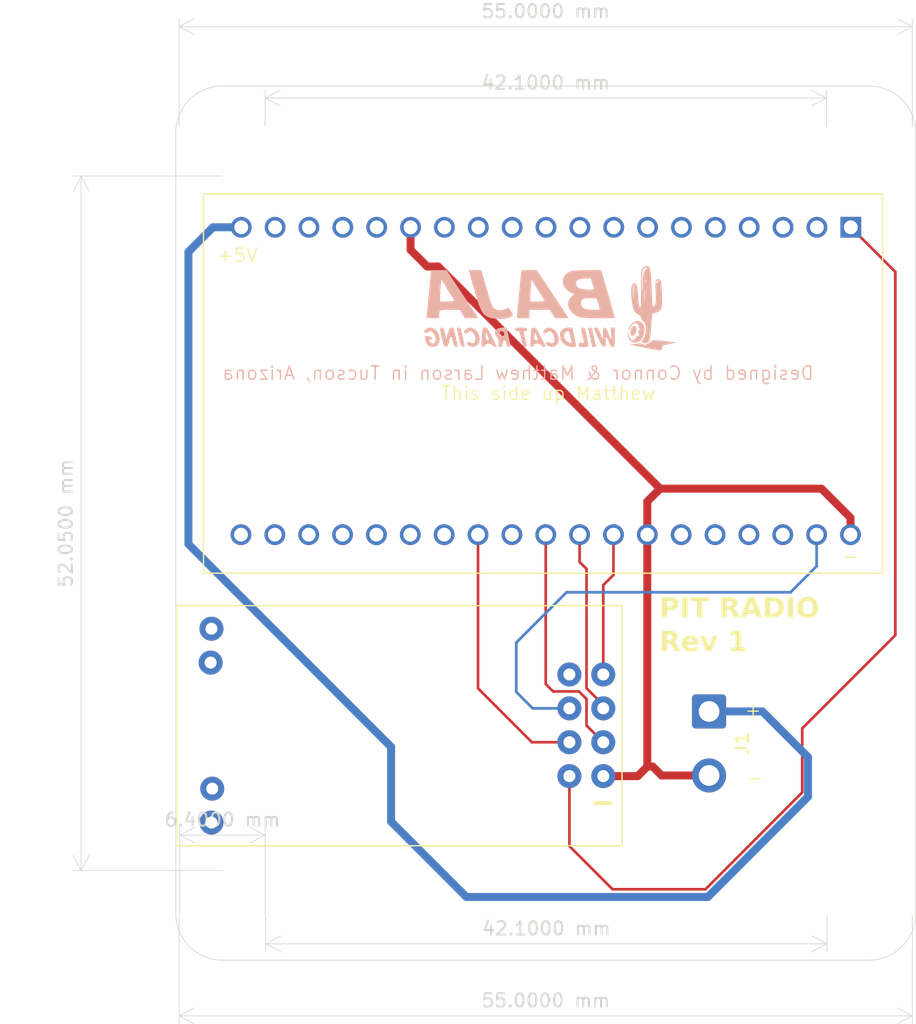
<source format=kicad_pcb>
(kicad_pcb (version 20240108) (generator "pcbnew") (generator_version "8.0")
  (layers (0 "F.Cu" signal) (31 "B.Cu" signal) (34 "B.Paste" user) (35 "F.Paste" user) (36 "B.SilkS" user "B.Silkscreen") (37 "F.SilkS" user "F.Silkscreen") (38 "B.Mask" user) (39 "F.Mask" user) (44 "Edge.Cuts" user))
  (net 0 "")
  (net 1 "CE")
  (net 2 "CSN")
  (net 3 "3V3")
  (net 4 "SO")
  (net 5 "SCK")
  (net 7 "SI")
  (net 11 "GND")
  (net 34 "+5V")
  (footprint "MountingHole:MountingHole_3.2mm_M3" (layer "F.Cu") (at 148.1 91.3 180)
    (property "Reference" "REF**" (hide yes))
    (property "Value" "MountingHole_3.2mm_M3" (hide yes))
    (pad "" np_thru_hole circle (at 0 0 180) (size 3.2 3.2) (drill 3.2) (layers "*.Cu" "*.Mask"))
  )
  (footprint "MountingHole:MountingHole_3.2mm_M3" (layer "F.Cu") (at 99.6 91.3 180)
    (property "Reference" "REF**" (hide yes))
    (property "Value" "MountingHole_3.2mm_M3" (hide yes))
    (pad "" np_thru_hole circle (at 0 0 180) (size 3.2 3.2) (drill 3.2) (layers "*.Cu" "*.Mask"))
  )
  (footprint "BAJA SAE:MODULE_ESP32-DEVKITC-32D" (layer "F.Cu") (at 127.8 110.15 -90)
    (property "Reference" "UNIT_1" (hide yes))
    (property "Value" "ESP32-DEVKITC-32D" (hide yes))
    (fp_rect (start -14.27 -21.32) (end 14.17 29.62) (stroke (width 0.1)) (fill none) (layer "F.SilkS"))
    (pad "J2-1" thru_hole rect (at -11.76 -18.93 270) (size 1.56 1.56) (drill 1.04) (layers "*.Cu" "*.Mask") (net 3 "3V3"))
    (pad "J2-2" thru_hole circle (at -11.76 -16.39 270) (size 1.56 1.56) (drill 1.04) (layers "*.Cu" "*.Mask"))
    (pad "J2-3" thru_hole circle (at -11.76 -13.85 270) (size 1.56 1.56) (drill 1.04) (layers "*.Cu" "*.Mask"))
    (pad "J2-4" thru_hole circle (at -11.76 -11.31 270) (size 1.56 1.56) (drill 1.04) (layers "*.Cu" "*.Mask"))
    (pad "J2-5" thru_hole circle (at -11.76 -8.77 270) (size 1.56 1.56) (drill 1.04) (layers "*.Cu" "*.Mask"))
    (pad "J2-6" thru_hole circle (at -11.76 -6.23 270) (size 1.56 1.56) (drill 1.04) (layers "*.Cu" "*.Mask"))
    (pad "J2-7" thru_hole circle (at -11.76 -3.69 270) (size 1.56 1.56) (drill 1.04) (layers "*.Cu" "*.Mask"))
    (pad "J2-8" thru_hole circle (at -11.76 -1.15 270) (size 1.56 1.56) (drill 1.04) (layers "*.Cu" "*.Mask"))
    (pad "J2-9" thru_hole circle (at -11.76 1.39 270) (size 1.56 1.56) (drill 1.04) (layers "*.Cu" "*.Mask"))
    (pad "J2-10" thru_hole circle (at -11.76 3.93 270) (size 1.56 1.56) (drill 1.04) (layers "*.Cu" "*.Mask"))
    (pad "J2-11" thru_hole circle (at -11.76 6.47 270) (size 1.56 1.56) (drill 1.04) (layers "*.Cu" "*.Mask"))
    (pad "J2-12" thru_hole circle (at -11.76 9.01 270) (size 1.56 1.56) (drill 1.04) (layers "*.Cu" "*.Mask"))
    (pad "J2-13" thru_hole circle (at -11.76 11.55 270) (size 1.56 1.56) (drill 1.04) (layers "*.Cu" "*.Mask"))
    (pad "J2-14" thru_hole circle (at -11.76 14.09 270) (size 1.56 1.56) (drill 1.04) (layers "*.Cu" "*.Mask") (net 11 "GND"))
    (pad "J2-15" thru_hole circle (at -11.76 16.63 270) (size 1.56 1.56) (drill 1.04) (layers "*.Cu" "*.Mask"))
    (pad "J2-16" thru_hole circle (at -11.76 19.17 270) (size 1.56 1.56) (drill 1.04) (layers "*.Cu" "*.Mask"))
    (pad "J2-17" thru_hole circle (at -11.76 21.71 270) (size 1.56 1.56) (drill 1.04) (layers "*.Cu" "*.Mask"))
    (pad "J2-18" thru_hole circle (at -11.76 24.25 270) (size 1.56 1.56) (drill 1.04) (layers "*.Cu" "*.Mask"))
    (pad "J2-19" thru_hole circle (at -11.76 26.79 270) (size 1.56 1.56) (drill 1.04) (layers "*.Cu" "*.Mask") (net 34 "+5V"))
    (pad "J3-1" thru_hole circle (at 11.28 -18.91 270) (size 1.56 1.56) (drill 1.04) (layers "*.Cu" "*.Mask") (net 11 "GND"))
    (pad "J3-2" thru_hole circle (at 11.28 -16.37 270) (size 1.56 1.56) (drill 1.04) (layers "*.Cu" "*.Mask") (net 7 "SI"))
    (pad "J3-3" thru_hole circle (at 11.28 -13.83 270) (size 1.56 1.56) (drill 1.04) (layers "*.Cu" "*.Mask"))
    (pad "J3-4" thru_hole circle (at 11.28 -11.29 270) (size 1.56 1.56) (drill 1.04) (layers "*.Cu" "*.Mask"))
    (pad "J3-5" thru_hole circle (at 11.28 -8.75 270) (size 1.56 1.56) (drill 1.04) (layers "*.Cu" "*.Mask"))
    (pad "J3-6" thru_hole circle (at 11.28 -6.21 270) (size 1.56 1.56) (drill 1.04) (layers "*.Cu" "*.Mask"))
    (pad "J3-7" thru_hole circle (at 11.28 -3.67 270) (size 1.56 1.56) (drill 1.04) (layers "*.Cu" "*.Mask") (net 11 "GND"))
    (pad "J3-8" thru_hole circle (at 11.28 -1.13 270) (size 1.56 1.56) (drill 1.04) (layers "*.Cu" "*.Mask") (net 4 "SO"))
    (pad "J3-9" thru_hole circle (at 11.28 1.41 270) (size 1.56 1.56) (drill 1.04) (layers "*.Cu" "*.Mask") (net 5 "SCK"))
    (pad "J3-10" thru_hole circle (at 11.28 3.95 270) (size 1.56 1.56) (drill 1.04) (layers "*.Cu" "*.Mask") (net 1 "CE"))
    (pad "J3-11" thru_hole circle (at 11.28 6.49 270) (size 1.56 1.56) (drill 1.04) (layers "*.Cu" "*.Mask"))
    (pad "J3-12" thru_hole circle (at 11.28 9.03 270) (size 1.56 1.56) (drill 1.04) (layers "*.Cu" "*.Mask") (net 2 "CSN"))
    (pad "J3-13" thru_hole circle (at 11.28 11.57 270) (size 1.56 1.56) (drill 1.04) (layers "*.Cu" "*.Mask"))
    (pad "J3-14" thru_hole circle (at 11.28 14.11 270) (size 1.56 1.56) (drill 1.04) (layers "*.Cu" "*.Mask"))
    (pad "J3-15" thru_hole circle (at 11.28 16.65 270) (size 1.56 1.56) (drill 1.04) (layers "*.Cu" "*.Mask"))
    (pad "J3-16" thru_hole circle (at 11.28 19.19 270) (size 1.56 1.56) (drill 1.04) (layers "*.Cu" "*.Mask"))
    (pad "J3-17" thru_hole circle (at 11.28 21.73 270) (size 1.56 1.56) (drill 1.04) (layers "*.Cu" "*.Mask"))
    (pad "J3-18" thru_hole circle (at 11.28 24.27 270) (size 1.56 1.56) (drill 1.04) (layers "*.Cu" "*.Mask"))
    (pad "J3-19" thru_hole circle (at 11.28 26.81 270) (size 1.56 1.56) (drill 1.04) (layers "*.Cu" "*.Mask"))
  )
  (footprint "0_custom:Ebyte E01-ML01DP5" (layer "F.Cu") (at 132.985 135.7 -90)
    (property "Reference" "U2" (hide yes))
    (property "Value" "E01-ML01DP5" (hide yes))
    (fp_rect (start -8.95 3.41) (end 9.05 36.81) (stroke (width 0.1)) (fill none) (layer "F.SilkS"))
    (pad "1" thru_hole circle (at 3.83 4.82 90) (size 1.8 1.8) (drill 0.9) (layers "*.Cu" "*.Mask") (net 11 "GND"))
    (pad "2" thru_hole circle (at 3.83 7.36 90) (size 1.8 1.8) (drill 0.9) (layers "*.Cu" "*.Mask") (net 3 "3V3"))
    (pad "3" thru_hole circle (at 1.29 4.82 90) (size 1.8 1.8) (drill 0.9) (layers "*.Cu" "*.Mask") (net 1 "CE"))
    (pad "4" thru_hole circle (at 1.29 7.36 90) (size 1.8 1.8) (drill 0.9) (layers "*.Cu" "*.Mask") (net 2 "CSN"))
    (pad "5" thru_hole circle (at -1.25 4.82 90) (size 1.8 1.8) (drill 0.9) (layers "*.Cu" "*.Mask") (net 5 "SCK"))
    (pad "6" thru_hole circle (at -1.25 7.36 90) (size 1.8 1.8) (drill 0.9) (layers "*.Cu" "*.Mask") (net 7 "SI"))
    (pad "7" thru_hole circle (at -3.79 4.82) (size 1.8 1.8) (drill 0.9) (layers "*.Cu" "*.Mask") (net 4 "SO"))
    (pad "8" thru_hole circle (at -3.79 7.36) (size 1.8 1.8) (drill 0.9) (layers "*.Cu" "*.Mask"))
    (pad "9" thru_hole circle (at -7.22 34.21 180) (size 1.8 1.8) (drill 0.9) (layers "*.Cu" "*.Mask"))
    (pad "9" thru_hole circle (at 4.77 34.15 180) (size 1.8 1.8) (drill 0.9) (layers "*.Cu" "*.Mask"))
    (pad "10" thru_hole circle (at -4.68 34.27 180) (size 1.8 1.8) (drill 0.9) (layers "*.Cu" "*.Mask"))
    (pad "10" thru_hole circle (at 7.31 34.21 180) (size 1.8 1.8) (drill 0.9) (layers "*.Cu" "*.Mask"))
  )
  (footprint "MountingHole:MountingHole_3.2mm_M3" (layer "F.Cu") (at 99.6 149.8)
    (property "Reference" "REF**" (hide yes))
    (property "Value" "MountingHole_3.2mm_M3" (hide yes))
    (pad "" np_thru_hole circle (at 0 0) (size 3.2 3.2) (drill 3.2) (layers "*.Cu" "*.Mask"))
  )
  (footprint "MountingHole:MountingHole_3.2mm_M3" (layer "F.Cu") (at 148.1 149.8)
    (property "Reference" "REF**" (hide yes))
    (property "Value" "MountingHole_3.2mm_M3" (hide yes))
    (pad "" np_thru_hole circle (at 0 0) (size 3.2 3.2) (drill 3.2) (layers "*.Cu" "*.Mask"))
  )
  (footprint "Connector_Wire:SolderWire-0.75sqmm_1x02_P4.8mm_D1.25mm_OD2.3mm" (layer "F.Cu") (at 136.1 134.68 -90)
    (property "Reference" "J1" (at 2.4 -2.47 90) (layer "F.SilkS"))
    (property "Value" "Conn_01x02")
    (pad "1" thru_hole roundrect (at 0 0 270) (size 2.55 2.55) (drill 1.55) (layers "*.Cu" "*.Mask") (roundrect_rratio 0.098039) (net 34 "+5V"))
    (pad "2" thru_hole circle (at 4.8 0 270) (size 2.55 2.55) (drill 1.55) (layers "*.Cu" "*.Mask") (net 11 "GND"))
  )
  (footprint "BAJA SAE:Baja Logo" (layer "B.Cu") (at 124.22 104.45 180)
    (property "Reference" "G***" (hide yes))
    (property "Value" "LOGO" (hide yes))
    (fp_poly (pts (xy -6.150348 -1.386464) (xy -6.047882 -1.527298) (xy -5.981696 -1.710629) (xy -5.972291 -1.894405) (xy -5.978448 -1.925236) (xy -6.052756 -2.061477) (xy -6.163169 -2.089719) (xy -6.284948 -2.013076) (xy -6.375404 -1.875262) (xy -6.439841 -1.66625) (xy -6.434342 -1.485397) (xy -6.365006 -1.363829) (xy -6.268591 -1.330174)) (fill solid) (layer "B.SilkS"))
    (fp_poly (pts (xy 6.957772 -1.460167) (xy 7.000893 -1.483375) (xy 7.016623 -1.546401) (xy 7.004794 -1.669164) (xy 6.965236 -1.871582) (xy 6.89778 -2.173575) (xy 6.88071 -2.248628) (xy 6.811382 -2.539312) (xy 6.755864 -2.727888) (xy 6.704498 -2.836742) (xy 6.647628 -2.888258) (xy 6.59872 -2.902286) (xy 6.4878 -2.887686) (xy 6.460848 -2.840987) (xy 6.473704 -2.747978) (xy 6.508416 -2.561267) (xy 6.559204 -2.310781) (xy 6.602392 -2.108152) (xy 6.668095 -1.816411) (xy 6.719312 -1.627234) (xy 6.765593 -1.518802) (xy 6.816485 -1.469297) (xy 6.881539 -1.4569) (xy 6.887429 -1.456858)) (fill solid) (layer "B.SilkS"))
    (fp_poly (pts (xy -2.822678 -1.477591) (xy -2.808262 -1.553555) (xy -2.812183 -1.567706) (xy -2.839246 -1.67266) (xy -2.8832 -1.859133) (xy -2.936797 -2.09447) (xy -2.992791 -2.346015) (xy -3.043934 -2.581116) (xy -3.082979 -2.767117) (xy -3.102678 -2.871364) (xy -3.10374 -2.881374) (xy -3.158212 -2.905475) (xy -3.266363 -2.913716) (xy -3.383359 -2.893443) (xy -3.401988 -2.819312) (xy -3.39792 -2.802868) (xy -3.371381 -2.695621) (xy -3.325314 -2.497498) (xy -3.267295 -2.241373) (xy -3.230098 -2.074439) (xy -3.165654 -1.792866) (xy -3.115689 -1.612884) (xy -3.069457 -1.511936) (xy -3.016215 -1.467465) (xy -2.945217 -1.456916) (xy -2.935918 -1.456858)) (fill solid) (layer "B.SilkS"))
    (fp_poly (pts (xy -2.346638 -1.462554) (xy -2.303175 -1.49419) (xy -2.292639 -1.57359) (xy -2.314263 -1.722575) (xy -2.367283 -1.96297) (xy -2.401021 -2.10611) (xy -2.517416 -2.597007) (xy -2.303845 -2.597007) (xy -2.157459 -2.609929) (xy -2.099026 -2.667304) (xy -2.090274 -2.755361) (xy -2.098321 -2.843123) (xy -2.142293 -2.890506) (xy -2.251938 -2.909904) (xy -2.457003 -2.913712) (xy -2.470324 -2.913716) (xy -2.712693 -2.901845) (xy -2.833998 -2.865773) (xy -2.850374 -2.836581) (xy -2.837537 -2.745507) (xy -2.802871 -2.560476) (xy -2.752144 -2.31117) (xy -2.70883 -2.108152) (xy -2.643127 -1.816411) (xy -2.59191 -1.627234) (xy -2.545629 -1.518802) (xy -2.494737 -1.469297) (xy -2.429683 -1.4569) (xy -2.423793 -1.456858)) (fill solid) (layer "B.SilkS"))
    (fp_poly (pts (xy 0.355407 -1.513633) (xy 0.443392 -1.583541) (xy 0.54756 -1.735184) (xy 0.550654 -1.849614) (xy 0.47488 -1.902403) (xy 0.342443 -1.869121) (xy 0.247058 -1.799528) (xy 0.098141 -1.727697) (xy -0.045245 -1.776957) (xy -0.17296 -1.941798) (xy -0.223826 -2.055366) (xy -0.284763 -2.300847) (xy -0.270221 -2.490533) (xy -0.190875 -2.60739) (xy -0.057399 -2.634384) (xy 0.098129 -2.569119) (xy 0.211454 -2.509435) (xy 0.284349 -2.531512) (xy 0.324681 -2.574942) (xy 0.368261 -2.659187) (xy 0.322552 -2.739776) (xy 0.260131 -2.794292) (xy 0.049326 -2.894385) (xy -0.186056 -2.900905) (xy -0.395444 -2.814512) (xy -0.430681 -2.785279) (xy -0.571893 -2.593057) (xy -0.6137 -2.358739) (xy -0.56967 -2.088771) (xy -0.452454 -1.816995) (xy -0.278424 -1.612165) (xy -0.070494 -1.485709) (xy 0.148421 -1.449056)) (fill solid) (layer "B.SilkS"))
    (fp_poly (pts (xy 2.455012 -1.460389) (xy 2.586365 -1.476268) (xy 2.645695 -1.512426) (xy 2.660296 -1.576793) (xy 2.66035 -1.583541) (xy 2.622098 -1.683843) (xy 2.506264 -1.710224) (xy 2.432972 -1.713375) (xy 2.379725 -1.73687) (xy 2.336976 -1.801777) (xy 2.295178 -1.929164) (xy 2.244782 -2.140095) (xy 2.183314 -2.422818) (xy 2.126885 -2.669055) (xy 2.079861 -2.815891) (xy 2.028931 -2.888555) (xy 1.960786 -2.912278) (xy 1.924355 -2.913716) (xy 1.8136 -2.893279) (xy 1.796567 -2.808646) (xy 1.803985 -2.771197) (xy 1.894675 -2.37571) (xy 1.959176 -2.089808) (xy 2.000488 -1.8998) (xy 2.02161 -1.791995) (xy 2.025997 -1.75773) (xy 1.972666 -1.721517) (xy 1.874509 -1.710224) (xy 1.764316 -1.689117) (xy 1.749775 -1.606875) (xy 1.755213 -1.583541) (xy 1.787817 -1.515898) (xy 1.860819 -1.477535) (xy 2.00364 -1.460508) (xy 2.224346 -1.456858)) (fill solid) (layer "B.SilkS"))
    (fp_poly (pts (xy 6.205096 -1.4923) (xy 6.356917 -1.579925) (xy 6.468548 -1.691676) (xy 6.506446 -1.7995) (xy 6.495417 -1.832218) (xy 6.396028 -1.894352) (xy 6.26904 -1.882874) (xy 6.184576 -1.805237) (xy 6.100219 -1.71743) (xy 5.97428 -1.724556) (xy 5.83852 -1.818257) (xy 5.763396 -1.916085) (xy 5.670025 -2.135006) (xy 5.64154 -2.353717) (xy 5.680018 -2.530775) (xy 5.72938 -2.594485) (xy 5.842465 -2.634712) (xy 5.973941 -2.621813) (xy 6.066737 -2.566721) (xy 6.080798 -2.527169) (xy 6.125728 -2.501538) (xy 6.205123 -2.532403) (xy 6.293289 -2.624702) (xy 6.264332 -2.730865) (xy 6.123867 -2.833372) (xy 6.106004 -2.841794) (xy 5.839435 -2.909628) (xy 5.606387 -2.856038) (xy 5.476174 -2.758241) (xy 5.350908 -2.552172) (xy 5.319253 -2.3055) (xy 5.368684 -2.046792) (xy 5.486681 -1.804615) (xy 5.66072 -1.607537) (xy 5.87828 -1.484126) (xy 6.046628 -1.456858)) (fill solid) (layer "B.SilkS"))
    (fp_poly (pts (xy -1.024944 -1.501421) (xy -0.822571 -1.632283) (xy -0.714477 -1.845199) (xy -0.696856 -2.008218) (xy -0.752663 -2.342767) (xy -0.910193 -2.61271) (xy -1.155059 -2.804103) (xy -1.472873 -2.902999) (xy -1.631047 -2.913617) (xy -1.806249 -2.902678) (xy -1.885805 -2.86154) (xy -1.900608 -2.802868) (xy -1.887482 -2.695842) (xy -1.855135 -2.516204) (xy -1.566087 -2.516204) (xy -1.555521 -2.587209) (xy -1.470151 -2.603361) (xy -1.345574 -2.571932) (xy -1.217391 -2.500198) (xy -1.144747 -2.430111) (xy -1.045523 -2.240956) (xy -1.01425 -2.039455) (xy -1.051485 -1.867257) (xy -1.135985 -1.775794) (xy -1.263012 -1.722621) (xy -1.346135 -1.741367) (xy -1.404779 -1.849848) (xy -1.458364 -2.065878) (xy -1.459807 -2.072813) (xy -1.505953 -2.283908) (xy -1.546356 -2.449647) (xy -1.566087 -2.516204) (xy -1.855135 -2.516204) (xy -1.851884 -2.498149) (xy -1.799978 -2.242524) (xy -1.763454 -2.074439) (xy -1.625942 -1.456858) (xy -1.316825 -1.456858)) (fill solid) (layer "B.SilkS"))
    (fp_poly (pts (xy 9.207495 -1.492935) (xy 9.37541 -1.583063) (xy 9.48301 -1.700087) (xy 9.501247 -1.766789) (xy 9.45167 -1.843228) (xy 9.337711 -1.864441) (xy 9.211533 -1.824864) (xy 9.179918 -1.801055) (xy 9.028503 -1.730662) (xy 8.877139 -1.779111) (xy 8.742338 -1.939636) (xy 8.715589 -1.991327) (xy 8.639537 -2.221473) (xy 8.630229 -2.422378) (xy 8.676953 -2.574111) (xy 8.768995 -2.656737) (xy 8.895641 -2.650323) (xy 9.021661 -2.560812) (xy 9.111341 -2.43708) (xy 9.088575 -2.36285) (xy 8.98987 -2.343641) (xy 8.888897 -2.30952) (xy 8.879568 -2.232793) (xy 8.943683 -2.16178) (xy 9.075882 -2.112808) (xy 9.231617 -2.091225) (xy 9.36634 -2.102378) (xy 9.4355 -2.151615) (xy 9.437552 -2.165809) (xy 9.405842 -2.372543) (xy 9.32721 -2.58937) (xy 9.224056 -2.762192) (xy 9.167983 -2.816836) (xy 8.961031 -2.89987) (xy 8.731289 -2.90188) (xy 8.533045 -2.825121) (xy 8.489392 -2.788643) (xy 8.357929 -2.577212) (xy 8.318562 -2.324919) (xy 8.359741 -2.06068) (xy 8.469916 -1.813412) (xy 8.637538 -1.612034) (xy 8.851057 -1.485463) (xy 9.021312 -1.456858)) (fill solid) (layer "B.SilkS"))
    (fp_poly (pts (xy -7.654053 -2.402296) (xy -7.581566 -2.422053) (xy -7.554846 -2.453547) (xy -7.481472 -2.533546) (xy -7.336969 -2.63141) (xy -7.276328 -2.66441) (xy -7.114003 -2.739091) (xy -7.009127 -2.753137) (xy -6.910047 -2.710302) (xy -6.882959 -2.693004) (xy -6.744629 -2.631889) (xy -6.592145 -2.647756) (xy -6.533611 -2.666556) (xy -6.340888 -2.70434) (xy -6.168493 -2.695843) (xy -6.049475 -2.683125) (xy -6.030868 -2.732256) (xy -6.096009 -2.761441) (xy -6.262066 -2.806111) (xy -6.504881 -2.861618) (xy -6.800297 -2.923312) (xy -7.124156 -2.986546) (xy -7.4523 -3.04667) (xy -7.760573 -3.099035) (xy -8.024816 -3.138994) (xy -8.220872 -3.161897) (xy -8.28192 -3.165433) (xy -8.339884 -3.111051) (xy -8.361097 -2.981548) (xy -8.369818 -2.875834) (xy -8.415829 -2.811557) (xy -8.5289 -2.767868) (xy -8.725311 -2.726489) (xy -8.963523 -2.677714) (xy -9.180743 -2.627779) (xy -9.279551 -2.601781) (xy -9.469576 -2.546598) (xy -9.279551 -2.536449) (xy -9.1417 -2.525849) (xy -8.911272 -2.504754) (xy -8.621633 -2.476328) (xy -8.338593 -2.447166) (xy -8.012126 -2.415019) (xy -7.79076 -2.400007)) (fill solid) (layer "B.SilkS"))
    (fp_poly (pts (xy 5.89815 2.848279) (xy 6.065337 2.842738) (xy 6.14227 2.834871) (xy 6.14414 2.833356) (xy 6.127466 2.770319) (xy 6.080685 2.602689) (xy 6.008653 2.347632) (xy 5.916231 2.022317) (xy 5.808276 1.643911) (xy 5.738362 1.399549) (xy 5.582521 0.867181) (xy 5.448838 0.442981) (xy 5.32988 0.111937) (xy 5.218217 -0.140961) (xy 5.106415 -0.330724) (xy 4.987042 -0.472365) (xy 4.852667 -0.580894) (xy 4.718953 -0.659446) (xy 4.456025 -0.750201) (xy 4.117854 -0.80214) (xy 3.75023 -0.813864) (xy 3.39894 -0.783978) (xy 3.109773 -0.711085) (xy 3.103741 -0.708702) (xy 2.916407 -0.615394) (xy 2.838881 -0.514133) (xy 2.866817 -0.380738) (xy 2.995866 -0.191029) (xy 3.007933 -0.17582) (xy 3.181857 0.042153) (xy 3.412001 -0.077931) (xy 3.687388 -0.164257) (xy 3.965738 -0.154053) (xy 4.207034 -0.05142) (xy 4.280828 0.011105) (xy 4.370625 0.152893) (xy 4.478204 0.414035) (xy 4.604411 0.796755) (xy 4.686906 1.076808) (xy 4.791264 1.442091) (xy 4.89513 1.804171) (xy 4.988072 2.126776) (xy 5.059658 2.373635) (xy 5.074036 2.422818) (xy 5.19938 2.850374) (xy 5.67176 2.850374)) (fill solid) (layer "B.SilkS"))
    (fp_poly (pts (xy 5.020255 -1.461094) (xy 5.075902 -1.490704) (xy 5.10944 -1.571035) (xy 5.13158 -1.727438) (xy 5.152577 -1.979426) (xy 5.179115 -2.342223) (xy 5.191882 -2.597467) (xy 5.189332 -2.763698) (xy 5.16992 -2.859457) (xy 5.132102 -2.903283) (xy 5.07472 -2.913716) (xy 4.96326 -2.860216) (xy 4.922296 -2.787032) (xy 4.860142 -2.693914) (xy 4.718542 -2.661192) (xy 4.676778 -2.660349) (xy 4.476818 -2.701378) (xy 4.385274 -2.787032) (xy 4.299995 -2.863591) (xy 4.184156 -2.911837) (xy 4.086407 -2.917976) (xy 4.053866 -2.88099) (xy 4.08067 -2.814998) (xy 4.153762 -2.658936) (xy 4.262158 -2.435732) (xy 4.304179 -2.351063) (xy 4.636469 -2.351063) (xy 4.699482 -2.402436) (xy 4.750624 -2.406982) (xy 4.827915 -2.389735) (xy 4.864952 -2.316822) (xy 4.874827 -2.15649) (xy 4.874652 -2.10611) (xy 4.871997 -1.805237) (xy 4.750624 -2.026932) (xy 4.653516 -2.230771) (xy 4.636469 -2.351063) (xy 4.304179 -2.351063) (xy 4.394876 -2.168316) (xy 4.402774 -2.152561) (xy 4.551753 -1.859899) (xy 4.660391 -1.662891) (xy 4.742897 -1.54285) (xy 4.813479 -1.481094) (xy 4.886344 -1.458936) (xy 4.93179 -1.456858)) (fill solid) (layer "B.SilkS"))
    (fp_poly (pts (xy 7.519941 -1.473388) (xy 7.583573 -1.540112) (xy 7.644939 -1.682729) (xy 7.707912 -1.884414) (xy 7.833036 -2.31197) (xy 7.926971 -1.900249) (xy 7.986169 -1.671561) (xy 8.04269 -1.540953) (xy 8.111274 -1.481026) (xy 8.159331 -1.468288) (xy 8.23331 -1.466029) (xy 8.276722 -1.497477) (xy 8.289397 -1.580839) (xy 8.271162 -1.734318) (xy 8.221847 -1.976121) (xy 8.151692 -2.280299) (xy 8.081666 -2.562673) (xy 8.025217 -2.743494) (xy 7.972052 -2.845621) (xy 7.911875 -2.891914) (xy 7.871774 -2.901901) (xy 7.789399 -2.896721) (xy 7.728109 -2.835418) (xy 7.669708 -2.692006) (xy 7.62785 -2.553521) (xy 7.551761 -2.300162) (xy 7.496906 -2.166361) (xy 7.452837 -2.149017) (xy 7.409105 -2.245031) (xy 7.355263 -2.451303) (xy 7.350502 -2.471231) (xy 7.289471 -2.698643) (xy 7.232101 -2.828492) (xy 7.162959 -2.888447) (xy 7.1101 -2.902286) (xy 6.999437 -2.904345) (xy 6.967581 -2.88578) (xy 6.980669 -2.808443) (xy 7.015105 -2.64041) (xy 7.063653 -2.414399) (xy 7.119075 -2.163129) (xy 7.174135 -1.919319) (xy 7.221594 -1.715687) (xy 7.254215 -1.584953) (xy 7.259139 -1.567706) (xy 7.343921 -1.477923) (xy 7.437807 -1.456858)) (fill solid) (layer "B.SilkS"))
    (fp_poly (pts (xy 3.894099 -1.498215) (xy 4.083145 -1.610966) (xy 4.173425 -1.77813) (xy 4.155549 -1.982728) (xy 4.026619 -2.200148) (xy 3.925582 -2.350187) (xy 3.896407 -2.505876) (xy 3.908276 -2.648399) (xy 3.924104 -2.81556) (xy 3.902887 -2.892472) (xy 3.831572 -2.913277) (xy 3.806851 -2.913716) (xy 3.716757 -2.902912) (xy 3.660095 -2.849956) (xy 3.616109 -2.724027) (xy 3.582887 -2.581172) (xy 3.524409 -2.439744) (xy 3.449901 -2.413998) (xy 3.37844 -2.497896) (xy 3.332784 -2.660349) (xy 3.287711 -2.834899) (xy 3.217174 -2.907642) (xy 3.176891 -2.913716) (xy 3.059293 -2.895195) (xy 3.02365 -2.875852) (xy 3.003638 -2.788899) (xy 3.008833 -2.765004) (xy 3.031644 -2.674952) (xy 3.074387 -2.491645) (xy 3.130025 -2.245607) (xy 3.168023 -2.074439) (xy 3.18804 -1.983634) (xy 3.484761 -1.983634) (xy 3.514568 -2.066056) (xy 3.626184 -2.081717) (xy 3.65798 -2.078646) (xy 3.788545 -2.038213) (xy 3.831059 -1.935394) (xy 3.83217 -1.901117) (xy 3.789799 -1.761824) (xy 3.713077 -1.720695) (xy 3.579793 -1.748595) (xy 3.499208 -1.875276) (xy 3.484761 -1.983634) (xy 3.18804 -1.983634) (xy 3.304165 -1.456858) (xy 3.615674 -1.456858)) (fill solid) (layer "B.SilkS"))
    (fp_poly (pts (xy 1.354643 -1.461107) (xy 1.408252 -1.490275) (xy 1.441187 -1.568989) (xy 1.463014 -1.72188) (xy 1.483299 -1.973576) (xy 1.486048 -2.011097) (xy 1.50608 -2.283217) (xy 1.523968 -2.523392) (xy 1.536689 -2.691114) (xy 1.53924 -2.723691) (xy 1.519935 -2.850691) (xy 1.41623 -2.901256) (xy 1.409352 -2.902286) (xy 1.297774 -2.890286) (xy 1.266836 -2.792935) (xy 1.266833 -2.791438) (xy 1.246616 -2.705406) (xy 1.163362 -2.667712) (xy 1.017735 -2.660349) (xy 0.841299 -2.676609) (xy 0.751921 -2.736097) (xy 0.728429 -2.787032) (xy 0.635414 -2.893488) (xy 0.534136 -2.913716) (xy 0.417047 -2.899876) (xy 0.38005 -2.87437) (xy 0.407659 -2.806122) (xy 0.482929 -2.64883) (xy 0.594523 -2.425558) (xy 0.619647 -2.376593) (xy 0.950125 -2.376593) (xy 1.000272 -2.404116) (xy 1.106475 -2.403165) (xy 1.202375 -2.377878) (xy 1.224602 -2.359476) (xy 1.233043 -2.271944) (xy 1.21891 -2.112313) (xy 1.210704 -2.058603) (xy 1.168219 -1.805237) (xy 1.059172 -2.075721) (xy 0.994139 -2.243066) (xy 0.955129 -2.3551) (xy 0.950125 -2.376593) (xy 0.619647 -2.376593) (xy 0.731106 -2.159368) (xy 0.738079 -2.145941) (xy 0.891775 -1.854899) (xy 1.004062 -1.659122) (xy 1.089247 -1.540101) (xy 1.161639 -1.479327) (xy 1.235547 -1.458294) (xy 1.270797 -1.456858)) (fill solid) (layer "B.SilkS"))
    (fp_poly (pts (xy 9.113508 1.314339) (xy 9.15553 0.870088) (xy 9.195737 0.453348) (xy 9.232009 0.085463) (xy 9.262223 -0.212219) (xy 9.284259 -0.418353) (xy 9.292894 -0.490898) (xy 9.328442 -0.7601) (xy 8.84477 -0.7601) (xy 8.361098 -0.7601) (xy 8.361098 -0.543584) (xy 8.357564 -0.372839) (xy 8.333367 -0.256555) (xy 8.268106 -0.184323) (xy 8.141385 -0.145731) (xy 7.932805 -0.13037) (xy 7.62197 -0.127828) (xy 7.546715 -0.12794) (xy 6.809227 -0.129197) (xy 6.621947 -0.444648) (xy 6.434666 -0.7601) (xy 5.941024 -0.7601) (xy 5.709061 -0.756339) (xy 5.53562 -0.746364) (xy 5.451072 -0.732135) (xy 5.447382 -0.728244) (xy 5.481254 -0.669866) (xy 5.577441 -0.51864) (xy 5.7278 -0.287001) (xy 5.924191 0.012615) (xy 6.158469 0.367774) (xy 6.283491 0.556363) (xy 7.231505 0.556363) (xy 7.280068 0.53412) (xy 7.427833 0.517033) (xy 7.647341 0.507708) (xy 7.754074 0.506733) (xy 8.297756 0.506733) (xy 8.289888 0.902619) (xy 8.278865 1.193405) (xy 8.258843 1.521688) (xy 8.242382 1.724601) (xy 8.202744 2.150698) (xy 7.727681 1.378345) (xy 7.556261 1.098633) (xy 7.409305 0.856914) (xy 7.299323 0.673911) (xy 7.238823 0.570348) (xy 7.231505 0.556363) (xy 6.283491 0.556363) (xy 6.422494 0.76604) (xy 6.629432 1.076993) (xy 7.811483 2.850374) (xy 8.390577 2.850374) (xy 8.96967 2.850374)) (fill solid) (layer "B.SilkS"))
    (fp_poly (pts (xy -6.196559 -1.064439) (xy -6.132059 -1.124314) (xy -5.957967 -1.342816) (xy -5.851344 -1.543801) (xy -5.827431 -1.65614) (xy -5.852003 -1.652915) (xy -5.915096 -1.557717) (xy -5.96995 -1.455688) (xy -6.117511 -1.234224) (xy -6.268512 -1.139083) (xy -6.42105 -1.147257) (xy -6.547346 -1.220507) (xy -6.606414 -1.328987) (xy -6.60036 -1.380724) (xy -6.622208 -1.4788) (xy -6.690434 -1.555069) (xy -6.759353 -1.616623) (xy -6.723895 -1.617452) (xy -6.706703 -1.611785) (xy -6.619705 -1.633497) (xy -6.561793 -1.730203) (xy -6.55198 -1.850616) (xy -6.589605 -1.92766) (xy -6.648056 -2.022723) (xy -6.59482 -2.06697) (xy -6.544412 -2.067401) (xy -6.444384 -2.115999) (xy -6.392372 -2.216957) (xy -6.356944 -2.311557) (xy -6.338464 -2.31197) (xy -6.301444 -2.305729) (xy -6.237137 -2.371583) (xy -6.168616 -2.437605) (xy -6.144139 -2.419089) (xy -6.093183 -2.351865) (xy -6.051044 -2.343641) (xy -5.97448 -2.286062) (xy -5.892617 -2.132102) (xy -5.860073 -2.042768) (xy -5.762197 -1.741895) (xy -5.789622 -2.017323) (xy -5.865221 -2.290842) (xy -6.014816 -2.484979) (xy -6.215105 -2.589105) (xy -6.442785 -2.592591) (xy -6.674554 -2.484809) (xy -6.725045 -2.443995) (xy -6.886711 -2.233518) (xy -7.001936 -1.952264) (xy -7.052612 -1.652928) (xy -7.047277 -1.506297) (xy -6.966858 -1.251405) (xy -6.815572 -1.068919) (xy -6.619423 -0.969694) (xy -6.404417 -0.964583)) (fill solid) (layer "B.SilkS"))
    (fp_poly (pts (xy -4.528927 -1.900249) (xy -4.546587 -2.118165) (xy -4.551355 -2.276389) (xy -4.54237 -2.343195) (xy -4.540953 -2.343641) (xy -4.504033 -2.28919) (xy -4.436038 -2.145188) (xy -4.350483 -1.940661) (xy -4.334493 -1.900249) (xy -4.227188 -1.652049) (xy -4.138828 -1.510218) (xy -4.058443 -1.458024) (xy -4.043858 -1.456858) (xy -3.982945 -1.471561) (xy -3.947217 -1.533105) (xy -3.92984 -1.667645) (xy -3.923981 -1.901333) (xy -3.923867 -1.916085) (xy -3.920553 -2.375312) (xy -3.741437 -1.93192) (xy -3.640857 -1.698504) (xy -3.560342 -1.560187) (xy -3.480958 -1.491538) (xy -3.396373 -1.468486) (xy -3.27417 -1.463558) (xy -3.230424 -1.478675) (xy -3.254984 -1.544866) (xy -3.321838 -1.702644) (xy -3.420746 -1.92832) (xy -3.540239 -2.195476) (xy -3.677178 -2.492022) (xy -3.778674 -2.690145) (xy -3.857306 -2.808649) (xy -3.925653 -2.866341) (xy -3.996292 -2.882025) (xy -3.999466 -2.882045) (xy -4.080119 -2.874069) (xy -4.123642 -2.830947) (xy -4.139849 -2.723882) (xy -4.138555 -2.52408) (xy -4.137268 -2.477717) (xy -4.136548 -2.260122) (xy -4.153683 -2.156251) (xy -4.194024 -2.167768) (xy -4.262923 -2.296338) (xy -4.36573 -2.543624) (xy -4.368053 -2.549501) (xy -4.458417 -2.756742) (xy -4.535166 -2.868338) (xy -4.619486 -2.910452) (xy -4.662967 -2.913716) (xy -4.727705 -2.909846) (xy -4.770654 -2.883861) (xy -4.796283 -2.814192) (xy -4.809065 -2.679271) (xy -4.813469 -2.457532) (xy -4.813965 -2.185287) (xy -4.813965 -1.456858) (xy -4.649182 -1.456858) (xy -4.484399 -1.456858)) (fill solid) (layer "B.SilkS"))
    (fp_poly (pts (xy 1.901583 2.848842) (xy 2.07498 2.840407) (xy 2.169565 2.819316) (xy 2.209274 2.779813) (xy 2.21804 2.716143) (xy 2.218139 2.707856) (xy 2.224665 2.606833) (xy 2.24237 2.398933) (xy 2.269472 2.103299) (xy 2.304188 1.739073) (xy 2.344735 1.325397) (xy 2.375954 1.013467) (xy 2.419428 0.57859) (xy 2.45831 0.181679) (xy 2.490838 -0.15861) (xy 2.515248 -0.423623) (xy 2.529776 -0.594704) (xy 2.533127 -0.649252) (xy 2.517342 -0.706428) (xy 2.452378 -0.740009) (xy 2.312856 -0.755921) (xy 2.073398 -0.760093) (xy 2.058604 -0.7601) (xy 1.583542 -0.7601) (xy 1.583542 -0.443391) (xy 1.583542 -0.126683) (xy 0.820825 -0.126683) (xy 0.058109 -0.126683) (xy -0.138767 -0.443391) (xy -0.335644 -0.7601) (xy -0.832909 -0.7601) (xy -1.06581 -0.756365) (xy -1.240301 -0.746455) (xy -1.326119 -0.732307) (xy -1.330174 -0.728244) (xy -1.296302 -0.669866) (xy -1.200116 -0.51864) (xy -1.049756 -0.287001) (xy -0.853365 0.012615) (xy -0.619087 0.367774) (xy -0.495472 0.55424) (xy 0.46346 0.55424) (xy 0.508988 0.532947) (xy 0.654129 0.516589) (xy 0.871836 0.507665) (xy 0.978058 0.506733) (xy 1.5202 0.506733) (xy 1.514651 0.997631) (xy 1.506078 1.288922) (xy 1.488956 1.579552) (xy 1.467145 1.805237) (xy 1.425187 2.121945) (xy 0.958096 1.361846) (xy 0.787752 1.084461) (xy 0.641174 0.845437) (xy 0.531154 0.665655) (xy 0.47048 0.565996) (xy 0.46346 0.55424) (xy -0.495472 0.55424) (xy -0.355062 0.76604) (xy -0.148124 1.076993) (xy 1.033927 2.850374) (xy 1.625442 2.850374)) (fill solid) (layer "B.SilkS"))
    (fp_poly (pts (xy -2.736844 2.848983) (xy -2.250157 2.842472) (xy -1.871799 2.821218) (xy -1.583814 2.780486) (xy -1.368241 2.715538) (xy -1.207124 2.621637) (xy -1.082504 2.494047) (xy -1.015011 2.39483) (xy -0.90904 2.112351) (xy -0.918628 1.824764) (xy -1.035136 1.551917) (xy -1.249923 1.313659) (xy -1.554349 1.129838) (xy -1.568281 1.123893) (xy -1.773813 1.037473) (xy -1.586201 0.898765) (xy -1.431989 0.730925) (xy -1.326109 0.518131) (xy -1.325536 0.516231) (xy -1.303156 0.234116) (xy -1.389864 -0.04988) (xy -1.570405 -0.3134) (xy -1.829524 -0.534088) (xy -2.147232 -0.68801) (xy -2.26154 -0.707173) (xy -2.468765 -0.72403) (xy -2.746456 -0.738271) (xy -3.072164 -0.749583) (xy -3.423438 -0.757655) (xy -3.777828 -0.762175) (xy -4.112884 -0.762831) (xy -4.406156 -0.759311) (xy -4.635194 -0.751304) (xy -4.777547 -0.738497) (xy -4.813965 -0.725042) (xy -4.797311 -0.657677) (xy -4.750886 -0.487264) (xy -4.679991 -0.232486) (xy -4.636904 -0.079177) (xy -3.672955 -0.079177) (xy -3.61648 -0.110638) (xy -3.467999 -0.126699) (xy -3.261077 -0.128694) (xy -3.029281 -0.117961) (xy -2.806178 -0.095834) (xy -2.625333 -0.06365) (xy -2.538196 -0.034013) (xy -2.374969 0.085156) (xy -2.296657 0.249442) (xy -2.280299 0.440888) (xy -2.3288 0.596815) (xy -2.478104 0.697827) (xy -2.733913 0.746218) (xy -3.042117 0.747562) (xy -3.445068 0.728429) (xy -3.558581 0.348379) (xy -3.618154 0.142271) (xy -3.659581 -0.013745) (xy -3.672955 -0.079177) (xy -4.636904 -0.079177) (xy -4.589927 0.087972) (xy -4.485996 0.455428) (xy -4.373499 0.851198) (xy -4.257739 1.256599) (xy -4.206016 1.436867) (xy -3.230424 1.436867) (xy -3.17346 1.406392) (xy -3.025584 1.392066) (xy -2.821319 1.3923) (xy -2.595188 1.405508) (xy -2.381715 1.4301) (xy -2.215424 1.46449) (xy -2.158146 1.486186) (xy -2.01892 1.582743) (xy -1.939596 1.681392) (xy -1.899323 1.898602) (xy -1.968613 2.058573) (xy -2.149113 2.162637) (xy -2.442472 2.212126) (xy -2.602754 2.216958) (xy -3.023705 2.216958) (xy -3.127064 1.848588) (xy -3.182015 1.646066) (xy -3.219501 1.495134) (xy -3.230424 1.436867) (xy -4.206016 1.436867) (xy -4.144017 1.652948) (xy -4.037635 2.02156) (xy -3.943894 2.343753) (xy -3.920717 2.422818) (xy -3.795134 2.850374)) (fill solid) (layer "B.SilkS"))
    (fp_poly (pts (xy -7.052322 3.122443) (xy -6.91528 3.020481) (xy -6.871124 2.968594) (xy -6.837542 2.907989) (xy -6.813059 2.821792) (xy -6.796201 2.693129) (xy -6.785494 2.505126) (xy -6.779464 2.240909) (xy -6.776635 1.883605) (xy -6.775541 1.421105) (xy -6.774011 0.953694) (xy -6.770308 0.599936) (xy -6.763563 0.34681) (xy -6.752909 0.181293) (xy -6.737476 0.090361) (xy -6.716397 0.060992) (xy -6.688803 0.080164) (xy -6.686341 0.083335) (xy -6.639578 0.207175) (xy -6.598199 0.437851) (xy -6.565439 0.755535) (xy -6.557132 0.875106) (xy -6.529443 1.257193) (xy -6.498134 1.530448) (xy -6.458616 1.711815) (xy -6.257773 1.711815) (xy -6.244375 1.646883) (xy -6.225796 1.508436) (xy -6.208818 1.287148) (xy -6.196674 1.026853) (xy -6.195321 0.981796) (xy -6.18143 0.475063) (xy -6.160301 1.030489) (xy -6.157776 1.330755) (xy -6.173806 1.55957) (xy -6.206454 1.690668) (xy -6.209356 1.695576) (xy -6.255967 1.757146) (xy -6.257773 1.711815) (xy -6.458616 1.711815) (xy -6.458419 1.71272) (xy -6.405511 1.821854) (xy -6.334625 1.875697) (xy -6.285413 1.888333) (xy -6.160907 1.850219) (xy -6.077939 1.69458) (xy -6.036964 1.423725) (xy -6.038434 1.039963) (xy -6.061045 0.744457) (xy -6.113796 0.318504) (xy -6.181692 0.001247) (xy -6.271879 -0.225051) (xy -6.3915 -0.378122) (xy -6.5477 -0.475704) (xy -6.55358 -0.478192) (xy -6.711201 -0.566795) (xy -6.772965 -0.675089) (xy -6.777556 -0.731267) (xy -6.810704 -0.865583) (xy -6.871012 -0.926621) (xy -6.981109 -1.024281) (xy -7.078686 -1.202933) (xy -7.143165 -1.417146) (xy -7.157606 -1.559388) (xy -7.133882 -1.770569) (xy -7.072737 -2.009891) (xy -6.989208 -2.233538) (xy -6.898332 -2.397697) (xy -6.853813 -2.444534) (xy -6.793791 -2.506366) (xy -6.837435 -2.559526) (xy -6.888659 -2.588669) (xy -7.071474 -2.653309) (xy -7.229006 -2.61493) (xy -7.324793 -2.548093) (xy -7.377683 -2.49448) (xy -7.41796 -2.417636) (xy -7.449533 -2.296977) (xy -7.476313 -2.11192) (xy -7.502208 -1.841882) (xy -7.531129 -1.466281) (xy -7.531659 -1.45902) (xy -7.55908 -1.119161) (xy -7.587871 -0.824942) (xy -7.615408 -0.599106) (xy -7.639066 -0.464402) (xy -7.649509 -0.43737) (xy -7.735567 -0.392439) (xy -7.89093 -0.333508) (xy -7.935784 -0.318707) (xy -8.09621 -0.257198) (xy -8.212486 -0.17791) (xy -8.290497 -0.061804) (xy -8.336128 0.110157) (xy -8.355262 0.357011) (xy -8.353784 0.697794) (xy -8.343692 1.000993) (xy -8.328044 1.338895) (xy -8.309672 1.637127) (xy -8.290494 1.870104) (xy -8.272429 2.012239) (xy -8.265965 2.037871) (xy -8.257594 2.048047) (xy -8.069655 2.048047) (xy -8.031488 1.966472) (xy -7.953964 1.876686) (xy -7.917933 1.893193) (xy -7.939563 1.99253) (xy -8.006614 2.078153) (xy -8.042937 2.090275) (xy -8.069655 2.048047) (xy -8.257594 2.048047) (xy -8.165981 2.159419) (xy -8.026165 2.184669) (xy -7.93227 2.139419) (xy -7.892833 2.087373) (xy -7.868442 1.995813) (xy -7.857725 1.843549) (xy -7.85931 1.609391) (xy -7.871824 1.272149) (xy -7.87357 1.233127) (xy -7.886523 0.827651) (xy -7.882904 0.535013) (xy -7.862207 0.342394) (xy -7.835142 0.255787) (xy -7.771367 0.142584) (xy -7.720579 0.091827) (xy -7.680641 0.1132) (xy -7.649421 0.216386) (xy -7.624782 0.411068) (xy -7.60459 0.70693) (xy -7.592507 0.981796) (xy -7.069653 0.981796) (xy -7.068257 0.715259) (xy -7.064282 0.539428) (xy -7.058274 0.464867) (xy -7.050778 0.502137) (xy -7.047434 0.551605) (xy -7.038784 0.839902) (xy -7.040175 1.167332) (xy -7.047233 1.375047) (xy -7.055099 1.473674) (xy -7.06177 1.455147) (xy -7.066702 1.328989) (xy -7.069351 1.104728) (xy -7.069653 0.981796) (xy -7.592507 0.981796) (xy -7.58671 1.113655) (xy -7.575613 1.432965) (xy -7.555948 1.953546) (xy -7.551815 2.026933) (xy -7.14291 2.026933) (xy -7.136306 1.911694) (xy -7.119864 1.898113) (xy -7.113943 1.916085) (xy -7.104092 2.076734) (xy -7.113943 2.137781) (xy -7.132302 2.157494) (xy -7.142298 2.069909) (xy -7.14291 2.026933) (xy -7.551815 2.026933) (xy -7.533015 2.360725) (xy -7.503928 2.667781) (xy -7.4658 2.887994) (xy -7.418877 3.025468) (xy -7.272933 3.025468) (xy -7.217923 2.979755) (xy -7.199177 2.968663) (xy -7.073577 2.847366) (xy -6.983583 2.643111) (xy -6.925953 2.34339) (xy -6.897445 1.935695) (xy -6.894102 1.791436) (xy -6.887955 1.541108) (xy -6.878822 1.371105) (xy -6.867959 1.297137) (xy -6.857179 1.330175) (xy -6.847749 1.488645) (xy -6.844232 1.734014) (xy -6.846885 2.026621) (xy -6.85148 2.206331) (xy -6.864372 2.51007) (xy -6.882958 2.712644) (xy -6.912176 2.839573) (xy -6.956965 2.916374) (xy -6.995523 2.950596) (xy -7.132507 3.021303) (xy -7.217218 3.038473) (xy -7.272933 3.025468) (xy -7.418877 3.025468) (xy -7.415745 3.034645) (xy -7.350875 3.121014) (xy -7.268306 3.160381) (xy -7.198691 3.167082)) (fill solid) (layer "B.SilkS"))
  )
  (gr_line (start 96.098572 91.3) (end 96.098572 149.824117) (stroke (width 0.05)) (layer "Edge.Cuts"))
  (gr_arc (start 151.601428 149.824117) (mid 150.575883 152.3) (end 148.1 153.325545) (stroke (width 0.05)) (layer "Edge.Cuts"))
  (gr_arc (start 99.6 153.325545) (mid 97.124117 152.3) (end 96.098572 149.824117) (stroke (width 0.05)) (layer "Edge.Cuts"))
  (gr_line (start 99.6 153.325545) (end 148.1 153.325545) (stroke (width 0.05)) (layer "Edge.Cuts"))
  (gr_arc (start 148.1 87.798572) (mid 150.575883 88.824117) (end 151.601428 91.3) (stroke (width 0.05)) (layer "Edge.Cuts"))
  (gr_line (start 151.601428 149.824117) (end 151.601428 91.3) (stroke (width 0.05)) (layer "Edge.Cuts"))
  (gr_line (start 148.1 87.798572) (end 99.6 87.798572) (stroke (width 0.05)) (layer "Edge.Cuts"))
  (gr_arc (start 96.098572 91.3) (mid 97.124117 88.824117) (end 99.6 87.798572) (stroke (width 0.05)) (layer "Edge.Cuts"))
  (gr_text "Designed by Connor & Matthew Larson in Tucson, Arizona" (at 144.02 109.9 0) (layer "B.SilkS") (effects (font (size 1 1) (thickness 0.1)) (justify left bottom mirror)))
  (gr_text "+" (at 138.72 135.17 0) (layer "F.SilkS") (effects (font (size 1 1) (thickness 0.1)) (justify left bottom)))
  (gr_text "-" (at 146.02 123.63 0) (layer "F.SilkS") (effects (font (size 1 1) (thickness 0.1)) (justify left bottom)))
  (gr_text "This side up Matthew" (at 115.93 111.41 0) (layer "F.SilkS") (effects (font (size 1 1) (thickness 0.1)) (justify left bottom)))
  (gr_text "-" (at 129.28 142.32 0) (layer "F.SilkS") (effects (font (size 1.5 1.5) (thickness 0.3) (bold yes)) (justify left bottom mirror)))
  (gr_text "-" (at 138.85 140.23 0) (layer "F.SilkS") (effects (font (size 1 1) (thickness 0.1)) (justify left bottom)))
  (gr_text "PIT RADIO\nRev 1" (at 132.36 130.42 0) (layer "F.SilkS") (effects (font (size 1.5 1.5) (thickness 0.3) (bold yes)) (justify left bottom)))
  (gr_text "+5V" (at 99.13 101.07 0) (layer "F.SilkS") (effects (font (size 1 1) (thickness 0.1)) (justify left bottom)))
  (dimension (type aligned) (layer "Edge.Cuts") (pts (xy 151.35 91.35) (xy 96.35 91.35)) (height 8) (gr_text "55.0000 mm" (at 123.85 82.2 0) (layer "Edge.Cuts") (effects (font (size 1 1) (thickness 0.15)))) (format (prefix "") (suffix "") (units 3) (units_format 1) (precision 4)) (style (thickness 0.05) (arrow_length 1.27) (text_position_mode 0) (extension_height 0.58642) (extension_offset 0.5) keep_text_aligned))
  (dimension (type aligned) (layer "Edge.Cuts") (pts (xy 144.95 149.5) (xy 102.85 149.5)) (height -2.6) (gr_text "42.1000 mm" (at 123.9 150.95 0) (layer "Edge.Cuts") (effects (font (size 1 1) (thickness 0.15)))) (format (prefix "") (suffix "") (units 3) (units_format 1) (precision 4)) (style (thickness 0.05) (arrow_length 1.27) (text_position_mode 0) (extension_height 0.58642) (extension_offset 0.5) keep_text_aligned))
  (dimension (type aligned) (layer "Edge.Cuts") (pts (xy 100.1 146.6) (xy 100.1 94.55)) (height -11.1) (gr_text "52.0500 mm" (at 87.85 120.575 90) (layer "Edge.Cuts") (effects (font (size 1 1) (thickness 0.15)))) (format (prefix "") (suffix "") (units 3) (units_format 1) (precision 4)) (style (thickness 0.05) (arrow_length 1.27) (text_position_mode 0) (extension_height 0.58642) (extension_offset 0.5) keep_text_aligned))
  (dimension (type aligned) (layer "Edge.Cuts") (pts (xy 102.8 91.3) (xy 144.9 91.3)) (height -2.6) (gr_text "42.1000 mm" (at 123.85 87.55 0) (layer "Edge.Cuts") (effects (font (size 1 1) (thickness 0.15)))) (format (prefix "") (suffix "") (units 3) (units_format 1) (precision 4)) (style (thickness 0.05) (arrow_length 1.27) (text_position_mode 0) (extension_height 0.58642) (extension_offset 0.5) keep_text_aligned))
  (dimension (type aligned) (layer "Edge.Cuts") (pts (xy 96.35 149.5) (xy 151.35 149.5)) (height 8) (gr_text "55.0000 mm" (at 123.85 156.35 0) (layer "Edge.Cuts") (effects (font (size 1 1) (thickness 0.15)))) (format (prefix "") (suffix "") (units 3) (units_format 1) (precision 4)) (style (thickness 0.05) (arrow_length 1.27) (text_position_mode 0) (extension_height 0.58642) (extension_offset 0.5) keep_text_aligned))
  (dimension (type aligned) (layer "Edge.Cuts") (pts (xy 96.4 150.4) (xy 102.8 150.4)) (height -6.45) (gr_text "6.4000 mm" (at 99.6 142.8 0) (layer "Edge.Cuts") (effects (font (size 1 1) (thickness 0.15)))) (format (prefix "") (suffix "") (units 3) (units_format 1) (precision 4)) (style (thickness 0.05) (arrow_length 1.27) (text_position_mode 0) (extension_height 0.58642) (extension_offset 0.5) keep_text_aligned))
  (segment (start 126.91 135.735) (end 126.91 133.75) (width 0.2) (layer "F.Cu") (net 1))
  (segment (start 126.34 133.18) (end 124.4 133.18) (width 0.2) (layer "F.Cu") (net 1))
  (segment (start 128.165 136.99) (end 126.91 135.735) (width 0.2) (layer "F.Cu") (net 1))
  (segment (start 123.85 132.63) (end 123.85 121.43) (width 0.2) (layer "F.Cu") (net 1))
  (segment (start 126.91 133.75) (end 126.34 133.18) (width 0.2) (layer "F.Cu") (net 1))
  (segment (start 124.4 133.18) (end 123.85 132.63) (width 0.2) (layer "F.Cu") (net 1))
  (segment (start 122.81 136.99) (end 125.625 136.99) (width 0.2) (layer "F.Cu") (net 2))
  (segment (start 118.77 132.95) (end 122.81 136.99) (width 0.2) (layer "F.Cu") (net 2))
  (segment (start 118.77 121.43) (end 118.77 132.95) (width 0.2) (layer "F.Cu") (net 2))
  (segment (start 128.86 148.01) (end 135.83 148.01) (width 0.2) (layer "F.Cu") (net 3))
  (segment (start 150.07 128.97) (end 150.07 101.73) (width 0.2) (layer "F.Cu") (net 3))
  (segment (start 143.09 140.75) (end 143.09 135.95) (width 0.2) (layer "F.Cu") (net 3))
  (segment (start 150.07 101.73) (end 146.73 98.39) (width 0.2) (layer "F.Cu") (net 3))
  (segment (start 135.83 148.01) (end 143.09 140.75) (width 0.2) (layer "F.Cu") (net 3))
  (segment (start 143.09 135.95) (end 150.07 128.97) (width 0.2) (layer "F.Cu") (net 3))
  (segment (start 125.625 144.775) (end 128.86 148.01) (width 0.2) (layer "F.Cu") (net 3))
  (segment (start 125.625 139.53) (end 125.625 144.775) (width 0.2) (layer "F.Cu") (net 3))
  (segment (start 128.93 124.45) (end 128.93 121.43) (width 0.2) (layer "F.Cu") (net 4))
  (segment (start 128.165 131.91) (end 128.165 125.215) (width 0.2) (layer "F.Cu") (net 4))
  (segment (start 128.165 125.215) (end 128.93 124.45) (width 0.2) (layer "F.Cu") (net 4))
  (segment (start 126.91 132.94) (end 126.91 124) (width 0.2) (layer "F.Cu") (net 5))
  (segment (start 126.91 124) (end 126.39 123.48) (width 0.2) (layer "F.Cu") (net 5))
  (segment (start 128.165 134.195) (end 126.91 132.94) (width 0.2) (layer "F.Cu") (net 5))
  (segment (start 126.39 123.48) (end 126.39 121.43) (width 0.2) (layer "F.Cu") (net 5))
  (segment (start 128.165 134.45) (end 128.165 134.195) (width 0.2) (layer "F.Cu") (net 5))
  (segment (start 144.17 123.79) (end 144.17 121.43) (width 0.2) (layer "B.Cu") (net 7))
  (segment (start 125.625 134.45) (end 122.87 134.45) (width 0.2) (layer "B.Cu") (net 7))
  (segment (start 121.64 129.52) (end 125.41 125.75) (width 0.2) (layer "B.Cu") (net 7))
  (segment (start 125.41 125.75) (end 142.21 125.75) (width 0.2) (layer "B.Cu") (net 7))
  (segment (start 121.64 133.22) (end 121.64 129.52) (width 0.2) (layer "B.Cu") (net 7))
  (segment (start 122.87 134.45) (end 121.64 133.22) (width 0.2) (layer "B.Cu") (net 7))
  (segment (start 142.21 125.75) (end 144.17 123.79) (width 0.2) (layer "B.Cu") (net 7))
  (segment (start 131.47 138.81) (end 130.75 139.53) (width 0.6) (layer "F.Cu") (net 11))
  (segment (start 131.47 121.43) (end 131.47 138.81) (width 0.6) (layer "F.Cu") (net 11))
  (segment (start 132.54 139.48) (end 136.1 139.48) (width 0.6) (layer "F.Cu") (net 11))
  (segment (start 144.53 117.98) (end 132.43 117.98) (width 0.6) (layer "F.Cu") (net 11))
  (segment (start 146.71 121.43) (end 146.71 120.16) (width 0.6) (layer "F.Cu") (net 11))
  (segment (start 131.47 118.94) (end 131.47 121.43) (width 0.6) (layer "F.Cu") (net 11))
  (segment (start 113.71 100.08) (end 113.71 98.39) (width 0.6) (layer "F.Cu") (net 11))
  (segment (start 131.87 138.81) (end 132.54 139.48) (width 0.6) (layer "F.Cu") (net 11))
  (segment (start 132.43 117.98) (end 131.47 118.94) (width 0.6) (layer "F.Cu") (net 11))
  (segment (start 114.96 101.33) (end 113.71 100.08) (width 0.6) (layer "F.Cu") (net 11))
  (segment (start 130.75 139.53) (end 128.165 139.53) (width 0.6) (layer "F.Cu") (net 11))
  (segment (start 131.47 138.81) (end 131.87 138.81) (width 0.6) (layer "F.Cu") (net 11))
  (segment (start 146.71 120.16) (end 144.53 117.98) (width 0.6) (layer "F.Cu") (net 11))
  (segment (start 115.78 101.33) (end 114.96 101.33) (width 0.6) (layer "F.Cu") (net 11))
  (segment (start 132.43 117.98) (end 115.78 101.33) (width 0.6) (layer "F.Cu") (net 11))
  (segment (start 98.89 98.39) (end 101.01 98.39) (width 0.6) (layer "B.Cu") (net 34))
  (segment (start 140.1 134.68) (end 143.52 138.1) (width 0.6) (layer "B.Cu") (net 34))
  (segment (start 143.52 141.08) (end 136.01 148.59) (width 0.6) (layer "B.Cu") (net 34))
  (segment (start 136.1 134.68) (end 140.1 134.68) (width 0.6) (layer "B.Cu") (net 34))
  (segment (start 117.9 148.59) (end 112.25 142.94) (width 0.6) (layer "B.Cu") (net 34))
  (segment (start 112.25 137.34) (end 97.048572 122.138572) (width 0.6) (layer "B.Cu") (net 34))
  (segment (start 136.01 148.59) (end 117.9 148.59) (width 0.6) (layer "B.Cu") (net 34))
  (segment (start 97.048572 122.138572) (end 97.048572 100.231428) (width 0.6) (layer "B.Cu") (net 34))
  (segment (start 143.52 138.1) (end 143.52 141.08) (width 0.6) (layer "B.Cu") (net 34))
  (segment (start 112.25 142.94) (end 112.25 137.34) (width 0.6) (layer "B.Cu") (net 34))
  (segment (start 97.048572 100.231428) (end 98.89 98.39) (width 0.6) (layer "B.Cu") (net 34))
)
</source>
